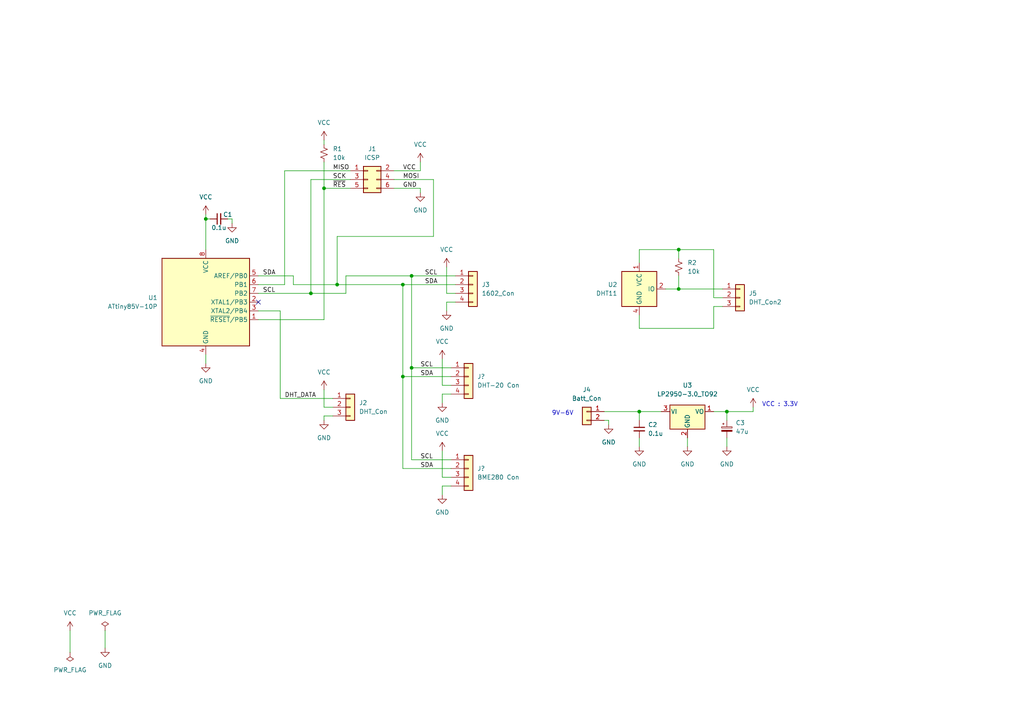
<source format=kicad_sch>
(kicad_sch (version 20211123) (generator eeschema)
  (paper "A4")
  (title_block (title "DHT11を使用した温湿度計") (date "2022-12-04") (rev "1") (company "KUNI-NET") (comment 1 "[ATTiny85版]") (comment 2 "温湿度センサーにDHT11を使用した温湿度計。液晶をI2C接続する。"))
  (lib_symbols
    (symbol "Connector_Generic:Conn_01x02" (pin_names (offset 1.016) hide)
      (property "Reference" "J" (at 0 2.54 0))
      (property "Value" "Conn_01x02" (at 0 -5.08 0))
      (symbol "Conn_01x02_1_1"
        (rectangle (start -1.27 -2.413) (end 0 -2.667) (stroke (width 0.1524)))
        (rectangle (start -1.27 0.127) (end 0 -0.127) (stroke (width 0.1524)))
        (rectangle (start -1.27 1.27) (end 1.27 -3.81) (stroke (width 0.254)) (fill (type background)))
        (pin passive line (at -5.08 0 0) (length 3.81) (name "Pin_1") (number "1"))
        (pin passive line (at -5.08 -2.54 0) (length 3.81) (name "Pin_2") (number "2"))
      )
    )
    (symbol "Connector_Generic:Conn_01x03" (pin_names (offset 1.016) hide)
      (property "Reference" "J" (at 0 5.08 0))
      (property "Value" "Conn_01x03" (at 0 -5.08 0))
      (symbol "Conn_01x03_1_1"
        (rectangle (start -1.27 -2.413) (end 0 -2.667) (stroke (width 0.1524)))
        (rectangle (start -1.27 0.127) (end 0 -0.127) (stroke (width 0.1524)))
        (rectangle (start -1.27 2.667) (end 0 2.413) (stroke (width 0.1524)))
        (rectangle (start -1.27 3.81) (end 1.27 -3.81) (stroke (width 0.254)) (fill (type background)))
        (pin passive line (at -5.08 2.54 0) (length 3.81) (name "Pin_1") (number "1"))
        (pin passive line (at -5.08 0 0) (length 3.81) (name "Pin_2") (number "2"))
        (pin passive line (at -5.08 -2.54 0) (length 3.81) (name "Pin_3") (number "3"))
      )
    )
    (symbol "Connector_Generic:Conn_01x04" (pin_names (offset 1.016) hide)
      (property "Reference" "J" (at 0 5.08 0))
      (property "Value" "Conn_01x04" (at 0 -7.62 0))
      (symbol "Conn_01x04_1_1"
        (rectangle (start -1.27 -4.953) (end 0 -5.207) (stroke (width 0.1524)))
        (rectangle (start -1.27 -2.413) (end 0 -2.667) (stroke (width 0.1524)))
        (rectangle (start -1.27 0.127) (end 0 -0.127) (stroke (width 0.1524)))
        (rectangle (start -1.27 2.667) (end 0 2.413) (stroke (width 0.1524)))
        (rectangle (start -1.27 3.81) (end 1.27 -6.35) (stroke (width 0.254)) (fill (type background)))
        (pin passive line (at -5.08 2.54 0) (length 3.81) (name "Pin_1") (number "1"))
        (pin passive line (at -5.08 0 0) (length 3.81) (name "Pin_2") (number "2"))
        (pin passive line (at -5.08 -2.54 0) (length 3.81) (name "Pin_3") (number "3"))
        (pin passive line (at -5.08 -5.08 0) (length 3.81) (name "Pin_4") (number "4"))
      )
    )
    (symbol "Connector_Generic:Conn_02x03_Odd_Even" (pin_names (offset 1.016) hide)
      (property "Reference" "J" (at 1.27 5.08 0))
      (property "Value" "Conn_02x03_Odd_Even" (at 1.27 -5.08 0))
      (symbol "Conn_02x03_Odd_Even_1_1"
        (rectangle (start -1.27 -2.413) (end 0 -2.667) (stroke (width 0.1524)))
        (rectangle (start -1.27 0.127) (end 0 -0.127) (stroke (width 0.1524)))
        (rectangle (start -1.27 2.667) (end 0 2.413) (stroke (width 0.1524)))
        (rectangle (start -1.27 3.81) (end 3.81 -3.81) (stroke (width 0.254)) (fill (type background)))
        (rectangle (start 3.81 -2.413) (end 2.54 -2.667) (stroke (width 0.1524)))
        (rectangle (start 3.81 0.127) (end 2.54 -0.127) (stroke (width 0.1524)))
        (rectangle (start 3.81 2.667) (end 2.54 2.413) (stroke (width 0.1524)))
        (pin passive line (at -5.08 2.54 0) (length 3.81) (name "Pin_1") (number "1"))
        (pin passive line (at 7.62 2.54 180) (length 3.81) (name "Pin_2") (number "2"))
        (pin passive line (at -5.08 0 0) (length 3.81) (name "Pin_3") (number "3"))
        (pin passive line (at 7.62 0 180) (length 3.81) (name "Pin_4") (number "4"))
        (pin passive line (at -5.08 -2.54 0) (length 3.81) (name "Pin_5") (number "5"))
        (pin passive line (at 7.62 -2.54 180) (length 3.81) (name "Pin_6") (number "6"))
      )
    )
    (symbol "Device:C_Polarized_Small" (pin_numbers hide) (pin_names (offset 0.254) hide)
      (property "Reference" "C" (at 0.254 1.778 0))
      (property "Value" "C_Polarized_Small" (at 0.254 -2.032 0))
      (symbol "C_Polarized_Small_0_1"
        (rectangle (start -1.524 -0.3048) (end 1.524 -0.6858) (fill (type outline)))
        (rectangle (start -1.524 0.6858) (end 1.524 0.3048))
        (polyline (pts (xy -1.27 1.524) (xy -0.762 1.524)))
        (polyline (pts (xy -1.016 1.27) (xy -1.016 1.778)))
      )
      (symbol "C_Polarized_Small_1_1"
        (pin passive line (at 0 2.54 270) (length 1.8542) (name "~") (number "1"))
        (pin passive line (at 0 -2.54 90) (length 1.8542) (name "~") (number "2"))
      )
    )
    (symbol "Device:C_Small" (pin_numbers hide) (pin_names (offset 0.254) hide)
      (property "Reference" "C" (at 0.254 1.778 0))
      (property "Value" "C_Small" (at 0.254 -2.032 0))
      (symbol "C_Small_0_1"
        (polyline (pts (xy -1.524 -0.508) (xy 1.524 -0.508)) (stroke (width 0.3302)))
        (polyline (pts (xy -1.524 0.508) (xy 1.524 0.508)) (stroke (width 0.3048)))
      )
      (symbol "C_Small_1_1"
        (pin passive line (at 0 2.54 270) (length 2.032) (name "~") (number "1"))
        (pin passive line (at 0 -2.54 90) (length 2.032) (name "~") (number "2"))
      )
    )
    (symbol "Device:R_Small_US" (pin_numbers hide) (pin_names (offset 0.254) hide)
      (property "Reference" "R" (at 0.762 0.508 0))
      (property "Value" "R_Small_US" (at 0.762 -1.016 0))
      (symbol "R_Small_US_1_1"
        (polyline (pts (xy 0 0) (xy 1.016 -0.381) (xy 0 -0.762) (xy -1.016 -1.143) (xy 0 -1.524)))
        (polyline (pts (xy 0 1.524) (xy 1.016 1.143) (xy 0 0.762) (xy -1.016 0.381) (xy 0 0)))
        (pin passive line (at 0 2.54 270) (length 1.016) (name "~") (number "1"))
        (pin passive line (at 0 -2.54 90) (length 1.016) (name "~") (number "2"))
      )
    )
    (symbol "MCU_Microchip_ATtiny:ATtiny85V-10P"
      (property "Reference" "U" (at -12.7 13.97 0))
      (property "Value" "ATtiny85V-10P" (at 2.54 -13.97 0))
      (symbol "ATtiny85V-10P_0_1"
        (rectangle (start -12.7 -12.7) (end 12.7 12.7) (stroke (width 0.254)) (fill (type background)))
      )
      (symbol "ATtiny85V-10P_1_1"
        (pin bidirectional line (at 15.24 -5.08 180) (length 2.54) (name "~{RESET}/PB5") (number "1"))
        (pin bidirectional line (at 15.24 0 180) (length 2.54) (name "XTAL1/PB3") (number "2"))
        (pin bidirectional line (at 15.24 -2.54 180) (length 2.54) (name "XTAL2/PB4") (number "3"))
        (pin power_in line (at 0 -15.24 90) (length 2.54) (name "GND") (number "4"))
        (pin bidirectional line (at 15.24 7.62 180) (length 2.54) (name "AREF/PB0") (number "5"))
        (pin bidirectional line (at 15.24 5.08 180) (length 2.54) (name "PB1") (number "6"))
        (pin bidirectional line (at 15.24 2.54 180) (length 2.54) (name "PB2") (number "7"))
        (pin power_in line (at 0 15.24 270) (length 2.54) (name "VCC") (number "8"))
      )
    )
    (symbol "Regulator_Linear:LP2950-3.0_TO92" (pin_names (offset 0.254))
      (property "Reference" "U" (at -3.81 3.175 0))
      (property "Value" "LP2950-3.0_TO92" (at 0 3.175 0))
      (symbol "LP2950-3.0_TO92_0_1"
        (rectangle (start -5.08 -5.08) (end 5.08 1.905) (stroke (width 0.254)) (fill (type background)))
      )
      (symbol "LP2950-3.0_TO92_1_1"
        (pin power_out line (at 7.62 0 180) (length 2.54) (name "VO") (number "1"))
        (pin power_in line (at 0 -7.62 90) (length 2.54) (name "GND") (number "2"))
        (pin power_in line (at -7.62 0 0) (length 2.54) (name "VI") (number "3"))
      )
    )
    (symbol "Sensor:DHT11"
      (property "Reference" "U" (at -3.81 6.35 0))
      (property "Value" "DHT11" (at 3.81 6.35 0))
      (symbol "DHT11_0_1"
        (rectangle (start -5.08 5.08) (end 5.08 -5.08) (stroke (width 0.254)) (fill (type background)))
      )
      (symbol "DHT11_1_1"
        (pin power_in line (at 0 7.62 270) (length 2.54) (name "VCC") (number "1"))
        (pin bidirectional line (at 7.62 0 180) (length 2.54) (name "IO") (number "2"))
        (pin no_connect line (at -5.08 0 0) (length 2.54) hide (name "NC") (number "3"))
        (pin power_in line (at 0 -7.62 90) (length 2.54) (name "GND") (number "4"))
      )
    )
    (symbol "power:GND" (power) (pin_names (offset 0))
      (property "Value" "GND" (at 0 -3.81 0))
      (symbol "GND_0_1"
        (polyline (pts (xy 0 0) (xy 0 -1.27) (xy 1.27 -1.27) (xy 0 -2.54) (xy -1.27 -1.27) (xy 0 -1.27)))
      )
      (symbol "GND_1_1"
        (pin power_in line (at 0 0 270) (length 0) hide (name "GND") (number "1"))
      )
    )
    (symbol "power:PWR_FLAG" (power) (pin_numbers hide) (pin_names (offset 0) hide)
      (property "Value" "PWR_FLAG" (at 0 3.81 0))
      (symbol "PWR_FLAG_0_0"
        (pin power_out line (at 0 0 90) (length 0) (name "pwr") (number "1"))
      )
      (symbol "PWR_FLAG_0_1"
        (polyline (pts (xy 0 0) (xy 0 1.27) (xy -1.016 1.905) (xy 0 2.54) (xy 1.016 1.905) (xy 0 1.27)))
      )
    )
    (symbol "power:VCC" (power) (pin_names (offset 0))
      (property "Value" "VCC" (at 0 3.81 0))
      (symbol "VCC_0_1"
        (polyline (pts (xy -0.762 1.27) (xy 0 2.54)))
        (polyline (pts (xy 0 0) (xy 0 2.54)))
        (polyline (pts (xy 0 2.54) (xy 0.762 1.27)))
      )
      (symbol "VCC_1_1"
        (pin power_in line (at 0 0 90) (length 0) hide (name "VCC") (number "1"))
      )
    )
  )
  (junction (at 185.42 119.38))
  (junction (at 116.84 82.55))
  (junction (at 119.38 80.01))
  (junction (at 196.85 83.82))
  (junction (at 59.69 63.5))
  (junction (at 119.38 106.68))
  (junction (at 196.85 72.39))
  (junction (at 90.17 85.09))
  (junction (at 93.98 54.61))
  (junction (at 116.84 109.22))
  (junction (at 97.79 82.55))
  (junction (at 210.82 119.38))
  (no_connect (at 74.93 87.63))
  (wire (pts (xy 90.17 52.07) (xy 101.6 52.07)))
  (wire (pts (xy 125.73 68.58) (xy 97.79 68.58)))
  (wire (pts (xy 20.32 182.88) (xy 20.32 189.23)))
  (wire (pts (xy 114.3 52.07) (xy 125.73 52.07)))
  (wire (pts (xy 132.08 85.09) (xy 129.54 85.09)))
  (wire (pts (xy 100.33 85.09) (xy 100.33 80.01)))
  (wire (pts (xy 74.93 90.17) (xy 81.28 90.17)))
  (wire (pts (xy 74.93 80.01) (xy 85.09 80.01)))
  (wire (pts (xy 82.55 82.55) (xy 82.55 49.53)))
  (wire (pts (xy 116.84 109.22) (xy 130.81 109.22)))
  (wire (pts (xy 121.92 54.61) (xy 121.92 55.88)))
  (wire (pts (xy 128.27 130.81) (xy 128.27 138.43)))
  (wire (pts (xy 93.98 46.99) (xy 93.98 54.61)))
  (wire (pts (xy 59.69 102.87) (xy 59.69 105.41)))
  (wire (pts (xy 185.42 119.38) (xy 185.42 121.92)))
  (wire (pts (xy 93.98 113.03) (xy 93.98 118.11)))
  (wire (pts (xy 93.98 54.61) (xy 101.6 54.61)))
  (wire (pts (xy 116.84 109.22) (xy 116.84 135.89)))
  (wire (pts (xy 85.09 80.01) (xy 85.09 82.55)))
  (wire (pts (xy 59.69 62.23) (xy 59.69 63.5)))
  (wire (pts (xy 121.92 46.99) (xy 121.92 49.53)))
  (wire (pts (xy 196.85 72.39) (xy 196.85 74.93)))
  (wire (pts (xy 125.73 52.07) (xy 125.73 68.58)))
  (wire (pts (xy 196.85 80.01) (xy 196.85 83.82)))
  (wire (pts (xy 119.38 106.68) (xy 119.38 80.01)))
  (wire (pts (xy 210.82 119.38) (xy 210.82 121.92)))
  (wire (pts (xy 129.54 87.63) (xy 129.54 90.17)))
  (wire (pts (xy 207.01 95.25) (xy 207.01 88.9)))
  (wire (pts (xy 114.3 54.61) (xy 121.92 54.61)))
  (wire (pts (xy 59.69 63.5) (xy 59.69 72.39)))
  (wire (pts (xy 128.27 104.14) (xy 128.27 111.76)))
  (wire (pts (xy 59.69 63.5) (xy 60.96 63.5)))
  (wire (pts (xy 185.42 72.39) (xy 196.85 72.39)))
  (wire (pts (xy 176.53 121.92) (xy 176.53 123.19)))
  (wire (pts (xy 175.26 119.38) (xy 185.42 119.38)))
  (wire (pts (xy 129.54 77.47) (xy 129.54 85.09)))
  (wire (pts (xy 119.38 133.35) (xy 130.81 133.35)))
  (wire (pts (xy 185.42 127) (xy 185.42 129.54)))
  (wire (pts (xy 100.33 80.01) (xy 119.38 80.01)))
  (wire (pts (xy 128.27 140.97) (xy 128.27 143.51)))
  (wire (pts (xy 116.84 82.55) (xy 116.84 109.22)))
  (wire (pts (xy 207.01 119.38) (xy 210.82 119.38)))
  (wire (pts (xy 196.85 83.82) (xy 209.55 83.82)))
  (wire (pts (xy 67.31 63.5) (xy 67.31 64.77)))
  (wire (pts (xy 90.17 85.09) (xy 100.33 85.09)))
  (wire (pts (xy 210.82 127) (xy 210.82 129.54)))
  (wire (pts (xy 74.93 85.09) (xy 90.17 85.09)))
  (wire (pts (xy 93.98 120.65) (xy 93.98 121.92)))
  (wire (pts (xy 97.79 68.58) (xy 97.79 82.55)))
  (wire (pts (xy 185.42 95.25) (xy 207.01 95.25)))
  (wire (pts (xy 93.98 92.71) (xy 74.93 92.71)))
  (wire (pts (xy 199.39 127) (xy 199.39 129.54)))
  (wire (pts (xy 96.52 115.57) (xy 81.28 115.57)))
  (wire (pts (xy 82.55 49.53) (xy 101.6 49.53)))
  (wire (pts (xy 93.98 54.61) (xy 93.98 92.71)))
  (wire (pts (xy 129.54 87.63) (xy 132.08 87.63)))
  (wire (pts (xy 66.04 63.5) (xy 67.31 63.5)))
  (wire (pts (xy 130.81 111.76) (xy 128.27 111.76)))
  (wire (pts (xy 74.93 82.55) (xy 82.55 82.55)))
  (wire (pts (xy 81.28 90.17) (xy 81.28 115.57)))
  (wire (pts (xy 93.98 40.64) (xy 93.98 41.91)))
  (wire (pts (xy 207.01 86.36) (xy 209.55 86.36)))
  (wire (pts (xy 85.09 82.55) (xy 97.79 82.55)))
  (wire (pts (xy 175.26 121.92) (xy 176.53 121.92)))
  (wire (pts (xy 128.27 140.97) (xy 130.81 140.97)))
  (wire (pts (xy 185.42 119.38) (xy 191.77 119.38)))
  (wire (pts (xy 207.01 88.9) (xy 209.55 88.9)))
  (wire (pts (xy 30.48 182.88) (xy 30.48 187.96)))
  (wire (pts (xy 128.27 114.3) (xy 128.27 116.84)))
  (wire (pts (xy 119.38 80.01) (xy 132.08 80.01)))
  (wire (pts (xy 116.84 82.55) (xy 132.08 82.55)))
  (wire (pts (xy 90.17 52.07) (xy 90.17 85.09)))
  (wire (pts (xy 97.79 82.55) (xy 116.84 82.55)))
  (wire (pts (xy 193.04 83.82) (xy 196.85 83.82)))
  (wire (pts (xy 119.38 106.68) (xy 119.38 133.35)))
  (wire (pts (xy 130.81 106.68) (xy 119.38 106.68)))
  (wire (pts (xy 128.27 114.3) (xy 130.81 114.3)))
  (wire (pts (xy 114.3 49.53) (xy 121.92 49.53)))
  (wire (pts (xy 196.85 72.39) (xy 207.01 72.39)))
  (wire (pts (xy 207.01 72.39) (xy 207.01 86.36)))
  (wire (pts (xy 130.81 138.43) (xy 128.27 138.43)))
  (wire (pts (xy 93.98 118.11) (xy 96.52 118.11)))
  (wire (pts (xy 185.42 91.44) (xy 185.42 95.25)))
  (wire (pts (xy 185.42 76.2) (xy 185.42 72.39)))
  (wire (pts (xy 210.82 119.38) (xy 218.44 119.38)))
  (wire (pts (xy 116.84 135.89) (xy 130.81 135.89)))
  (wire (pts (xy 96.52 120.65) (xy 93.98 120.65)))
  (wire (pts (xy 218.44 119.38) (xy 218.44 118.11)))
  (text "VCC : 3.3V" (at 220.98 118.11 0) (effects (font (size 1.27 1.27)) (justify left bottom)))
  (text "9V-6V" (at 160.02 120.65 0) (effects (font (size 1.27 1.27)) (justify left bottom)))
  (label "SDA" (at 121.92 109.22 0))
  (label "SDA" (at 123.19 82.55 0))
  (label "SCL" (at 121.92 106.68 0))
  (label "~{RES}" (at 96.52 54.61 0))
  (label "DHT_DATA" (at 82.55 115.57 0))
  (label "SCL" (at 121.92 133.35 0))
  (label "SDA" (at 76.2 80.01 0))
  (label "SCL" (at 76.2 85.09 0))
  (label "SDA" (at 121.92 135.89 0))
  (label "GND" (at 116.84 54.61 0))
  (label "MOSI" (at 116.84 52.07 0))
  (label "SCK" (at 96.52 52.07 0))
  (label "VCC" (at 116.84 49.53 0))
  (label "MISO" (at 96.52 49.53 0))
  (label "SCL" (at 123.19 80.01 0))
  (symbol (lib_id "Device:R_Small_US") (at 93.98 44.45 0) (unit 1)
    (property "Reference" "R1" (at 96.52 43.1799 0) (effects (justify left)))
    (property "Value" "10k" (at 96.52 45.7199 0) (effects (justify left)))
  )
  (symbol (lib_id "Connector_Generic:Conn_01x03") (at 214.63 86.36 0) (unit 1)
    (property "Reference" "J5" (at 217.17 85.0899 0) (effects (justify left)))
    (property "Value" "DHT_Con2" (at 217.17 87.6299 0) (effects (justify left)))
  )
  (symbol (lib_id "power:GND") (at 67.31 64.77 0) (unit 1)
    (property "Reference" "#PWR05" (effects hide))
    (property "Value" "GND" (at 67.31 69.85 0))
  )
  (symbol (lib_id "power:VCC") (at 20.32 182.88 0) (unit 1)
    (property "Reference" "#PWR01" (effects hide))
    (property "Value" "VCC" (at 20.32 177.8 0))
  )
  (symbol (lib_id "Connector_Generic:Conn_02x03_Odd_Even") (at 106.68 52.07 0) (unit 1)
    (property "Reference" "J1" (at 107.95 43.18 0))
    (property "Value" "ICSP" (at 107.95 45.72 0))
  )
  (symbol (lib_id "power:VCC") (at 218.44 118.11 0) (unit 1)
    (property "Reference" "#PWR017" (effects hide))
    (property "Value" "VCC" (at 218.44 113.03 0))
  )
  (symbol (lib_id "Device:C_Polarized_Small") (at 210.82 124.46 0) (unit 1)
    (property "Reference" "C3" (at 213.36 122.6438 0) (effects (justify left)))
    (property "Value" "47u" (at 213.36 125.1838 0) (effects (justify left)))
  )
  (symbol (lib_id "power:VCC") (at 93.98 40.64 0) (unit 1)
    (property "Reference" "#PWR06" (effects hide))
    (property "Value" "VCC" (at 93.98 35.56 0))
  )
  (symbol (lib_id "power:PWR_FLAG") (at 20.32 189.23 180) (unit 1)
    (property "Reference" "#FLG01" (effects hide))
    (property "Value" "PWR_FLAG" (at 20.32 194.31 0))
  )
  (symbol (lib_id "power:GND") (at 30.48 187.96 0) (unit 1)
    (property "Reference" "#PWR02" (effects hide))
    (property "Value" "GND" (at 30.48 193.04 0))
  )
  (symbol (lib_id "Connector_Generic:Conn_01x04") (at 135.89 135.89 0) (unit 1)
    (property "Reference" "J?" (at 138.43 135.8899 0) (effects (justify left)))
    (property "Value" "BME280 Con" (at 138.43 138.4299 0) (effects (justify left)))
  )
  (symbol (lib_id "power:GND") (at 176.53 123.19 0) (unit 1)
    (property "Reference" "#PWR013" (effects hide))
    (property "Value" "GND" (at 176.53 128.27 0))
  )
  (symbol (lib_id "power:GND") (at 199.39 129.54 0) (unit 1)
    (property "Reference" "#PWR015" (effects hide))
    (property "Value" "GND" (at 199.39 134.62 0))
  )
  (symbol (lib_id "power:VCC") (at 121.92 46.99 0) (unit 1)
    (property "Reference" "#PWR09" (effects hide))
    (property "Value" "VCC" (at 121.92 41.91 0))
  )
  (symbol (lib_id "power:GND") (at 185.42 129.54 0) (unit 1)
    (property "Reference" "#PWR014" (effects hide))
    (property "Value" "GND" (at 185.42 134.62 0))
  )
  (symbol (lib_id "MCU_Microchip_ATtiny:ATtiny85V-10P") (at 59.69 87.63 0) (unit 1)
    (property "Reference" "U1" (at 45.72 86.3599 0) (effects (justify right)))
    (property "Value" "ATtiny85V-10P" (at 45.72 88.8999 0) (effects (justify right)))
    (property "Footprint" "Package_DIP:DIP-8_W7.62mm" (effects hide))
    (property "Datasheet" "http://ww1.microchip.com/downloads/en/DeviceDoc/atmel-2586-avr-8-bit-microcontroller-attiny25-attiny45-attiny85_datasheet.pdf" (effects hide))
  )
  (symbol (lib_id "power:GND") (at 128.27 143.51 0) (unit 1)
    (property "Reference" "#PWR?" (effects hide))
    (property "Value" "GND" (at 128.27 148.59 0))
  )
  (symbol (lib_id "Sensor:DHT11") (at 185.42 83.82 0) (unit 1)
    (property "Reference" "U2" (at 179.07 82.5499 0) (effects (justify right)))
    (property "Value" "DHT11" (at 179.07 85.0899 0) (effects (justify right)))
    (property "Footprint" "Sensor:Aosong_DHT11_5.5x12.0_P2.54mm" (effects hide))
    (property "Datasheet" "http://akizukidenshi.com/download/ds/aosong/DHT11.pdf" (effects hide))
  )
  (symbol (lib_id "Device:C_Small") (at 63.5 63.5 90) (unit 1)
    (property "Reference" "C1" (at 66.0463 62.23 90))
    (property "Value" "0.1u" (at 63.5063 66.04 90))
  )
  (symbol (lib_id "power:VCC") (at 128.27 104.14 0) (unit 1)
    (property "Reference" "#PWR?" (effects hide))
    (property "Value" "VCC" (at 128.27 99.06 0))
  )
  (symbol (lib_id "power:GND") (at 129.54 90.17 0) (unit 1)
    (property "Reference" "#PWR012" (effects hide))
    (property "Value" "GND" (at 129.54 95.25 0))
  )
  (symbol (lib_id "power:VCC") (at 93.98 113.03 0) (unit 1)
    (property "Reference" "#PWR07" (effects hide))
    (property "Value" "VCC" (at 93.98 107.95 0))
  )
  (symbol (lib_id "Regulator_Linear:LP2950-3.0_TO92") (at 199.39 119.38 0) (unit 1)
    (property "Reference" "U3" (at 199.39 111.76 0))
    (property "Value" "LP2950-3.0_TO92" (at 199.39 114.3 0))
    (property "Footprint" "Package_TO_SOT_THT:TO-92_Inline" (effects hide))
    (property "Datasheet" "http://www.ti.com/lit/ds/symlink/lp2950.pdf" (effects hide))
  )
  (symbol (lib_id "power:GND") (at 59.69 105.41 0) (unit 1)
    (property "Reference" "#PWR04" (effects hide))
    (property "Value" "GND" (at 59.69 110.49 0))
  )
  (symbol (lib_id "power:VCC") (at 129.54 77.47 0) (unit 1)
    (property "Reference" "#PWR011" (effects hide))
    (property "Value" "VCC" (at 129.54 72.39 0))
  )
  (symbol (lib_id "Connector_Generic:Conn_01x02") (at 170.18 119.38 0) (mirror y) (unit 1)
    (property "Reference" "J4" (at 170.18 113.03 0))
    (property "Value" "Batt_Con" (at 170.18 115.57 0))
  )
  (symbol (lib_id "power:GND") (at 121.92 55.88 0) (unit 1)
    (property "Reference" "#PWR010" (effects hide))
    (property "Value" "GND" (at 121.92 60.96 0))
  )
  (symbol (lib_id "power:VCC") (at 59.69 62.23 0) (unit 1)
    (property "Reference" "#PWR03" (effects hide))
    (property "Value" "VCC" (at 59.69 57.15 0))
  )
  (symbol (lib_id "power:VCC") (at 128.27 130.81 0) (unit 1)
    (property "Reference" "#PWR?" (effects hide))
    (property "Value" "VCC" (at 128.27 125.73 0))
  )
  (symbol (lib_id "Connector_Generic:Conn_01x04") (at 137.16 82.55 0) (unit 1)
    (property "Reference" "J3" (at 139.7 82.5499 0) (effects (justify left)))
    (property "Value" "1602_Con" (at 139.7 85.0899 0) (effects (justify left)))
  )
  (symbol (lib_id "Connector_Generic:Conn_01x04") (at 135.89 109.22 0) (unit 1)
    (property "Reference" "J?" (at 138.43 109.2199 0) (effects (justify left)))
    (property "Value" "DHT-20 Con" (at 138.43 111.7599 0) (effects (justify left)))
  )
  (symbol (lib_id "power:GND") (at 93.98 121.92 0) (unit 1)
    (property "Reference" "#PWR08" (effects hide))
    (property "Value" "GND" (at 93.98 127 0))
  )
  (symbol (lib_id "power:GND") (at 210.82 129.54 0) (unit 1)
    (property "Reference" "#PWR016" (effects hide))
    (property "Value" "GND" (at 210.82 134.62 0))
  )
  (symbol (lib_id "Device:R_Small_US") (at 196.85 77.47 0) (unit 1)
    (property "Reference" "R2" (at 199.39 76.1999 0) (effects (justify left)))
    (property "Value" "10k" (at 199.39 78.7399 0) (effects (justify left)))
  )
  (symbol (lib_id "Connector_Generic:Conn_01x03") (at 101.6 118.11 0) (unit 1)
    (property "Reference" "J2" (at 104.14 116.8399 0) (effects (justify left)))
    (property "Value" "DHT_Con" (at 104.14 119.3799 0) (effects (justify left)))
  )
  (symbol (lib_id "power:PWR_FLAG") (at 30.48 182.88 0) (unit 1)
    (property "Reference" "#FLG02" (effects hide))
    (property "Value" "PWR_FLAG" (at 30.48 177.8 0))
  )
  (symbol (lib_id "power:GND") (at 128.27 116.84 0) (unit 1)
    (property "Reference" "#PWR?" (effects hide))
    (property "Value" "GND" (at 128.27 121.92 0))
  )
  (symbol (lib_id "Device:C_Small") (at 185.42 124.46 0) (unit 1)
    (property "Reference" "C2" (at 187.96 123.1962 0) (effects (justify left)))
    (property "Value" "0.1u" (at 187.96 125.7362 0) (effects (justify left)))
  )
)
</source>
